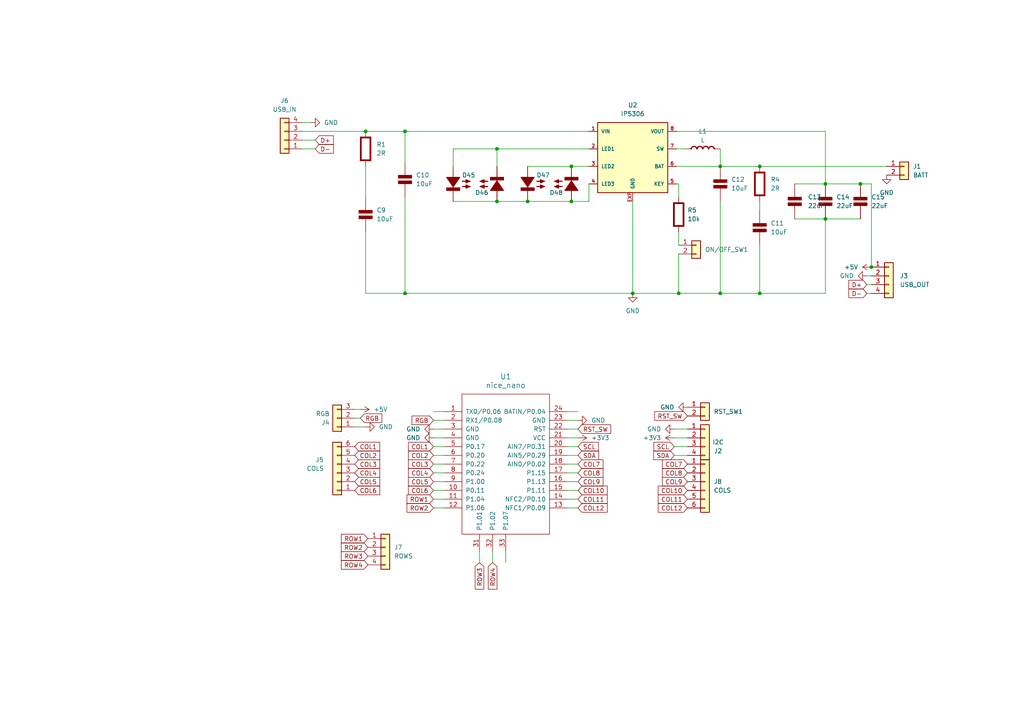
<source format=kicad_sch>
(kicad_sch (version 20230121) (generator eeschema)
  (paper "A4")
  (lib_symbols
    (symbol "IP5306:IP5306" (pin_names (offset 1.016))
      (property "Reference" "U" (at -10.16 10.922 0))
      (property "Value" "IP5306" (at 2.54 -12.7 0))
      (symbol "IP5306_0_0"
        (rectangle (start -10.16 -10.16) (end 10.16 10.16) (stroke (width 0.254)) (fill (type background)))
        (pin bidirectional line (at -12.7 7.62 0) (length 2.54) (name "VIN") (number "1"))
        (pin bidirectional line (at -12.7 2.54 0) (length 2.54) (name "LED1") (number "2"))
        (pin bidirectional line (at -12.7 -2.54 0) (length 2.54) (name "LED2") (number "3"))
        (pin bidirectional line (at -12.7 -7.62 0) (length 2.54) (name "LED3") (number "4"))
        (pin bidirectional line (at 12.7 -7.62 180) (length 2.54) (name "KEY") (number "5"))
        (pin bidirectional line (at 12.7 -2.54 180) (length 2.54) (name "BAT") (number "6"))
        (pin bidirectional line (at 12.7 2.54 180) (length 2.54) (name "SW") (number "7"))
        (pin bidirectional line (at 12.7 7.62 180) (length 2.54) (name "VOUT") (number "8"))
        (pin bidirectional line (at 0 -12.7 90) (length 2.54) (name "GND") (number "EXP"))
      )
    )
    (symbol "PCM_4ms_Connector:Conn_01x02" (pin_names (offset 1.016) hide)
      (property "Reference" "J" (at 0 2.54 0))
      (property "Value" "Conn_01x02" (at 0 -5.08 0))
      (symbol "Conn_01x02_1_1"
        (rectangle (start -1.27 -2.413) (end 0 -2.667) (stroke (width 0.1524)))
        (rectangle (start -1.27 0.127) (end 0 -0.127) (stroke (width 0.1524)))
        (rectangle (start -1.27 1.27) (end 1.27 -3.81) (stroke (width 0.254)) (fill (type background)))
        (pin passive line (at -5.08 0 0) (length 3.81) (name "Pin_1") (number "1"))
        (pin passive line (at -5.08 -2.54 0) (length 3.81) (name "Pin_2") (number "2"))
      )
    )
    (symbol "PCM_4ms_Connector:Conn_01x03" (pin_names (offset 1.016) hide)
      (property "Reference" "J" (at 0 5.08 0))
      (property "Value" "Conn_01x03" (at 0 -5.08 0))
      (symbol "Conn_01x03_1_1"
        (rectangle (start -1.27 -2.413) (end 0 -2.667) (stroke (width 0.1524)))
        (rectangle (start -1.27 0.127) (end 0 -0.127) (stroke (width 0.1524)))
        (rectangle (start -1.27 2.667) (end 0 2.413) (stroke (width 0.1524)))
        (rectangle (start -1.27 3.81) (end 1.27 -3.81) (stroke (width 0.254)) (fill (type background)))
        (pin passive line (at -5.08 2.54 0) (length 3.81) (name "Pin_1") (number "1"))
        (pin passive line (at -5.08 0 0) (length 3.81) (name "Pin_2") (number "2"))
        (pin passive line (at -5.08 -2.54 0) (length 3.81) (name "Pin_3") (number "3"))
      )
    )
    (symbol "PCM_4ms_Connector:Conn_01x04" (pin_names (offset 1.016) hide)
      (property "Reference" "J" (at 0 5.08 0))
      (property "Value" "Conn_01x04" (at 0 -7.62 0))
      (symbol "Conn_01x04_1_1"
        (rectangle (start -1.27 -4.953) (end 0 -5.207) (stroke (width 0.1524)))
        (rectangle (start -1.27 -2.413) (end 0 -2.667) (stroke (width 0.1524)))
        (rectangle (start -1.27 0.127) (end 0 -0.127) (stroke (width 0.1524)))
        (rectangle (start -1.27 2.667) (end 0 2.413) (stroke (width 0.1524)))
        (rectangle (start -1.27 3.81) (end 1.27 -6.35) (stroke (width 0.254)) (fill (type background)))
        (pin passive line (at -5.08 2.54 0) (length 3.81) (name "Pin_1") (number "1"))
        (pin passive line (at -5.08 0 0) (length 3.81) (name "Pin_2") (number "2"))
        (pin passive line (at -5.08 -2.54 0) (length 3.81) (name "Pin_3") (number "3"))
        (pin passive line (at -5.08 -5.08 0) (length 3.81) (name "Pin_4") (number "4"))
      )
    )
    (symbol "PCM_4ms_Connector:Conn_01x06" (pin_names (offset 1.016) hide)
      (property "Reference" "J" (at 0 7.62 0))
      (property "Value" "Conn_01x06" (at 0 -10.16 0))
      (symbol "Conn_01x06_1_1"
        (rectangle (start -1.27 -7.493) (end 0 -7.747) (stroke (width 0.1524)))
        (rectangle (start -1.27 -4.953) (end 0 -5.207) (stroke (width 0.1524)))
        (rectangle (start -1.27 -2.413) (end 0 -2.667) (stroke (width 0.1524)))
        (rectangle (start -1.27 0.127) (end 0 -0.127) (stroke (width 0.1524)))
        (rectangle (start -1.27 2.667) (end 0 2.413) (stroke (width 0.1524)))
        (rectangle (start -1.27 5.207) (end 0 4.953) (stroke (width 0.1524)))
        (rectangle (start -1.27 6.35) (end 1.27 -8.89) (stroke (width 0.254)) (fill (type background)))
        (pin passive line (at -5.08 5.08 0) (length 3.81) (name "Pin_1") (number "1"))
        (pin passive line (at -5.08 2.54 0) (length 3.81) (name "Pin_2") (number "2"))
        (pin passive line (at -5.08 0 0) (length 3.81) (name "Pin_3") (number "3"))
        (pin passive line (at -5.08 -2.54 0) (length 3.81) (name "Pin_4") (number "4"))
        (pin passive line (at -5.08 -5.08 0) (length 3.81) (name "Pin_5") (number "5"))
        (pin passive line (at -5.08 -7.62 0) (length 3.81) (name "Pin_6") (number "6"))
      )
    )
    (symbol "PCM_4ms_Power-symbol:+3.3V" (power) (pin_names (offset 0))
      (property "Value" "+3.3V" (at 0 3.556 0))
      (symbol "+3.3V_0_1"
        (polyline (pts (xy -0.762 1.27) (xy 0 2.54)))
        (polyline (pts (xy 0 0) (xy 0 2.54)))
        (polyline (pts (xy 0 2.54) (xy 0.762 1.27)))
      )
      (symbol "+3.3V_1_1"
        (pin power_in line (at 0 0 90) (length 0) hide (name "+3V3") (number "1"))
      )
    )
    (symbol "PCM_4ms_Power-symbol:+5V" (power) (pin_names (offset 0))
      (property "Value" "+5V" (at 0 3.556 0))
      (symbol "+5V_0_1"
        (polyline (pts (xy -0.762 1.27) (xy 0 2.54)))
        (polyline (pts (xy 0 0) (xy 0 2.54)))
        (polyline (pts (xy 0 2.54) (xy 0.762 1.27)))
      )
      (symbol "+5V_1_1"
        (pin power_in line (at 0 0 90) (length 0) hide (name "+5V") (number "1"))
      )
    )
    (symbol "PCM_4ms_Power-symbol:GND" (power) (pin_names (offset 0))
      (property "Value" "GND" (at 0 -3.81 0))
      (symbol "GND_0_1"
        (polyline (pts (xy 0 0) (xy 0 -1.27) (xy 1.27 -1.27) (xy 0 -2.54) (xy -1.27 -1.27) (xy 0 -1.27)))
      )
      (symbol "GND_1_1"
        (pin power_in line (at 0 0 270) (length 0) hide (name "GND") (number "1"))
      )
    )
    (symbol "PCM_Elektuur:C" (pin_numbers hide) (pin_names (offset 0) hide)
      (property "Reference" "C" (at 0.635 3.175 0))
      (property "Value" "C" (at 0.635 -3.175 0))
      (symbol "C_1_1"
        (rectangle (start -1.905 -0.4318) (end 1.905 -1.1938) (stroke (width 0.254)) (fill (type outline)))
        (rectangle (start -1.905 1.1938) (end 1.905 0.4318) (stroke (width 0.254)) (fill (type outline)))
        (pin passive line (at 0 5.08 270) (length 3.8862) (name "+") (number "1"))
        (pin passive line (at 0 -5.08 90) (length 3.8862) (name "-") (number "2"))
      )
      (symbol "C_1_2"
        (polyline (pts (xy -1.905 -1.4986) (xy 1.905 -1.4986) (xy 1.905 -0.4318) (xy -1.905 -0.4318) (xy -1.905 -1.4986) (xy -1.8034 -1.397) (xy -1.8034 -0.5334) (xy 1.8034 -0.5334) (xy 1.8034 -1.397) (xy -1.8034 -1.397) (xy -1.905 -1.4986)) (stroke (width 0.254)) (fill (type outline)))
        (polyline (pts (xy -1.905 0.4318) (xy 1.905 0.4318) (xy 1.905 1.4986) (xy -1.905 1.4986) (xy -1.905 0.4318) (xy -1.8034 0.5334) (xy -1.8034 1.397) (xy 1.8034 1.397) (xy 1.8034 0.5334) (xy -1.8034 0.5334) (xy -1.905 0.4318)) (stroke (width 0.254)) (fill (type outline)))
        (pin passive line (at 0 5.08 270) (length 3.5814) (name "+") (number "1"))
        (pin passive line (at 0 -5.08 90) (length 3.5814) (name "-") (number "2"))
      )
    )
    (symbol "PCM_Elektuur:D-LED" (pin_numbers hide) (pin_names (offset 0) hide)
      (property "Reference" "D" (at 0.635 3.175 0))
      (property "Value" "${SIM.PARAMS}" (at 0.635 -3.175 0))
      (symbol "D-LED_1_0"
        (polyline (pts (xy -1.905 -1.905) (xy 1.905 -1.905) (xy 1.905 -1.143) (xy 0 -1.143) (xy 0 -0.889) (xy 1.905 1.905) (xy -1.905 1.905) (xy 0 -0.889) (xy 0 -1.143) (xy -1.905 -1.143) (xy -1.905 -1.905)) (stroke (width 0.254)) (fill (type outline)))
        (pin passive line (at 0 -5.08 90) (length 3.175) (name "K-") (number "1"))
        (pin passive line (at 0 5.08 270) (length 3.175) (name "A+") (number "2"))
      )
      (symbol "D-LED_1_1"
        (polyline (pts (xy 4.9784 -0.762) (xy 3.683 -0.2286) (xy 3.683 -0.6858) (xy 2.6416 -0.6858) (xy 2.6416 -0.8382) (xy 3.683 -0.8382) (xy 3.683 -1.2954) (xy 4.9784 -0.762)) (stroke (width 0.1778)) (fill (type outline)))
        (polyline (pts (xy 4.9784 0.762) (xy 3.683 1.2954) (xy 3.683 0.8382) (xy 2.6416 0.8382) (xy 2.6416 0.6858) (xy 3.683 0.6858) (xy 3.683 0.2286) (xy 4.9784 0.762)) (stroke (width 0.1778)) (fill (type outline)))
      )
      (symbol "D-LED_1_2"
        (polyline (pts (xy 3.5052 -0.9398) (xy 2.7178 0.254) (xy 2.4638 -0.127) (xy 1.6002 0.4572) (xy 1.4986 0.3048) (xy 2.3622 -0.2794) (xy 2.1082 -0.6604) (xy 3.5052 -0.9398)) (stroke (width 0.1778)) (fill (type outline)))
        (polyline (pts (xy 4.3688 0.3302) (xy 3.5814 1.524) (xy 3.3274 1.143) (xy 2.4638 1.7272) (xy 2.3622 1.5748) (xy 3.2258 0.9906) (xy 2.9718 0.6096) (xy 4.3688 0.3302)) (stroke (width 0.1778)) (fill (type outline)))
      )
      (symbol "D-LED_1_3"
        (polyline (pts (xy 3.3528 1.4224) (xy 2.032 0.889) (xy 2.3622 0.5588) (xy 1.6256 -0.1778) (xy 1.7526 -0.3048) (xy 2.4892 0.4318) (xy 2.8194 0.1016) (xy 3.3528 1.4224)) (stroke (width 0.1778)) (fill (type outline)))
        (polyline (pts (xy 4.4704 0.3048) (xy 3.1496 -0.2286) (xy 3.4798 -0.5588) (xy 2.7432 -1.2954) (xy 2.8702 -1.4224) (xy 3.6068 -0.6858) (xy 3.937 -1.016) (xy 4.4704 0.3048)) (stroke (width 0.1778)) (fill (type outline)))
      )
      (symbol "D-LED_1_4"
        (polyline (pts (xy 4.6228 -0.762) (xy 3.3274 -0.2286) (xy 3.3274 -0.6858) (xy 2.286 -0.6858) (xy 2.286 -0.8382) (xy 3.3274 -0.8382) (xy 3.3274 -1.2954) (xy 4.6228 -0.762)) (stroke (width 0.1778)) (fill (type outline)))
        (polyline (pts (xy 4.6228 0.762) (xy 3.3274 1.2954) (xy 3.3274 0.8382) (xy 2.286 0.8382) (xy 2.286 0.6858) (xy 3.3274 0.6858) (xy 3.3274 0.2286) (xy 4.6228 0.762)) (stroke (width 0.1778)) (fill (type outline)))
      )
    )
    (symbol "PCM_Elektuur:L" (pin_numbers hide) (pin_names (offset 0) hide)
      (property "Reference" "L" (at 2.54 3.175 0))
      (property "Value" "L" (at 2.54 -3.175 0))
      (symbol "L_1_0"
        (arc (start 0 -3.4036) (mid 0.762 -2.5146) (end 0 -1.6256) (stroke (width 0.254)))
        (arc (start 0 -3.302) (mid 0.6604 -2.5146) (end 0 -1.7272) (stroke (width 0.254)))
        (arc (start 0 -1.7272) (mid 0.762 -0.8382) (end 0 0.0508) (stroke (width 0.254)))
        (arc (start 0 -1.6256) (mid 0.6604 -0.8382) (end 0 -0.0508) (stroke (width 0.254)))
        (arc (start 0 -0.0508) (mid 0.762 0.8382) (end 0 1.7272) (stroke (width 0.254)))
        (polyline (pts (xy 0 -3.302) (xy 0 -3.5052)) (stroke (width 0.254)))
        (polyline (pts (xy 0 -1.6256) (xy 0 -1.7272)) (stroke (width 0.254)))
        (polyline (pts (xy 0 0.0508) (xy 0 -0.0508)) (stroke (width 0.254)))
        (polyline (pts (xy 0 1.7272) (xy 0 1.6256)) (stroke (width 0.254)))
        (polyline (pts (xy 0 3.5052) (xy 0 3.302)) (stroke (width 0.254)))
        (arc (start 0 0.0508) (mid 0.6604 0.8382) (end 0 1.6256) (stroke (width 0.254)))
        (arc (start 0 1.6256) (mid 0.762 2.5146) (end 0 3.4036) (stroke (width 0.254)))
        (arc (start 0 1.7272) (mid 0.6604 2.5146) (end 0 3.302) (stroke (width 0.254)))
        (pin passive line (at 0 5.08 270) (length 1.5748) (name "+") (number "1"))
        (pin passive line (at 0 -5.08 90) (length 1.5748) (name "-") (number "2"))
      )
      (symbol "L_1_2"
        (rectangle (start 1.524 3.3782) (end 1.9812 -3.3782) (stroke (width 0.254)) (fill (type outline)))
      )
      (symbol "L_1_3"
        (rectangle (start 1.524 -1.9304) (end 1.9812 -3.0988) (stroke (width 0.254)) (fill (type outline)))
        (rectangle (start 1.524 -0.254) (end 1.9812 -1.4224) (stroke (width 0.254)) (fill (type outline)))
        (rectangle (start 1.524 1.4224) (end 1.9812 0.254) (stroke (width 0.254)) (fill (type outline)))
        (rectangle (start 1.524 3.0988) (end 1.9812 1.9304) (stroke (width 0.254)) (fill (type outline)))
      )
    )
    (symbol "PCM_Elektuur:R" (pin_numbers hide) (pin_names (offset 0) hide)
      (property "Reference" "R" (at 2.54 3.175 0))
      (property "Value" "R" (at 0 0 90))
      (symbol "R_1_1"
        (polyline (pts (xy -1.524 -3.429) (xy 1.524 -3.429) (xy 1.524 3.429) (xy -1.524 3.429) (xy -1.524 -3.429) (xy -1.27 -3.175) (xy -1.27 3.175) (xy 1.27 3.175) (xy 1.27 -3.175) (xy -1.27 -3.175) (xy -1.524 -3.429)) (stroke (width 0.254)) (fill (type outline)))
        (pin passive line (at 0 5.08 270) (length 1.651) (name "+") (number "1"))
        (pin passive line (at 0 -5.08 90) (length 1.651) (name "-") (number "2"))
      )
      (symbol "R_1_2"
        (polyline (pts (xy -0.508 -3.429) (xy 1.524 -3.429) (xy 1.524 3.429) (xy -0.508 3.429) (xy -0.508 3.175) (xy 1.27 3.175) (xy 1.27 -3.175) (xy -0.508 -3.175) (xy -0.508 -3.429)) (stroke (width 0.254)) (fill (type outline)))
        (pin passive line (at 0 5.08 270) (length 1.651) (name "+") (number "1"))
        (pin passive line (at 0 -5.08 90) (length 1.651) (name "-") (number "2"))
      )
      (symbol "R_1_3"
        (polyline (pts (xy 0 3.4798) (xy 0 3.2004) (xy 0.7112 2.794) (xy -1.1938 1.6764) (xy 0.7112 0.5588) (xy -1.1938 -0.5588) (xy 0.7112 -1.6764) (xy -1.1938 -2.794) (xy 0 -3.4798) (xy 0 -3.2004) (xy -0.7112 -2.794) (xy 1.1938 -1.6764) (xy -0.7112 -0.5588) (xy 1.1938 0.5588) (xy -0.7112 1.6764) (xy 1.1938 2.794) (xy 0 3.4798)) (stroke (width 0.254)) (fill (type outline)))
        (pin passive line (at 0 5.08 270) (length 1.6002) (name "+") (number "1"))
        (pin passive line (at 0 -5.08 90) (length 1.6002) (name "-") (number "2"))
      )
      (symbol "R_1_4"
        (polyline (pts (xy 0 4.5466) (xy 0 4.2672) (xy 0.0508 4.2418) (xy 1.016 3.683) (xy -1.524 2.2098) (xy 1.016 0.7366) (xy -1.524 -0.7366) (xy 1.016 -2.2098) (xy -1.524 -3.683) (xy -0.0762 -4.5212) (xy 0 -4.5466) (xy 0 -4.2672) (xy -0.0508 -4.2418) (xy -1.016 -3.683) (xy 1.524 -2.2098) (xy -1.016 -0.7366) (xy 1.524 0.7366) (xy -1.016 2.2098) (xy 1.524 3.683) (xy 0.0762 4.5212) (xy 0 4.5466)) (stroke (width 0.254)) (fill (type outline)))
        (pin passive line (at 0 5.08 270) (length 0.5334) (name "+") (number "1"))
        (pin passive line (at 0 -5.08 90) (length 0.5334) (name "-") (number "2"))
      )
    )
    (symbol "nice_nano:nice_nano" (pin_names (offset 1.016))
      (property "Reference" "U" (at 0 0 0))
      (property "Value" "nice_nano" (at 0 2.54 0))
      (symbol "nice_nano_0_1"
        (rectangle (start -12.7 -21.59) (end 12.7 19.05))
      )
      (symbol "nice_nano_1_1"
        (pin input line (at -17.78 13.97 0) (length 5.08) (name "TX0/P0.06") (number "1"))
        (pin input line (at -17.78 -8.89 0) (length 5.08) (name "P0.11") (number "10"))
        (pin input line (at -17.78 -11.43 0) (length 5.08) (name "P1.04") (number "11"))
        (pin input line (at -17.78 -13.97 0) (length 5.08) (name "P1.06") (number "12"))
        (pin input line (at 17.78 -13.97 180) (length 5.08) (name "NFC1/P0.09") (number "13"))
        (pin input line (at 17.78 -11.43 180) (length 5.08) (name "NFC2/P0.10") (number "14"))
        (pin input line (at 17.78 -8.89 180) (length 5.08) (name "P1.11") (number "15"))
        (pin input line (at 17.78 -6.35 180) (length 5.08) (name "P1.13") (number "16"))
        (pin input line (at 17.78 -3.81 180) (length 5.08) (name "P1.15") (number "17"))
        (pin input line (at 17.78 -1.27 180) (length 5.08) (name "AIN0/P0.02") (number "18"))
        (pin input line (at 17.78 1.27 180) (length 5.08) (name "AIN5/P0.29") (number "19"))
        (pin input line (at -17.78 11.43 0) (length 5.08) (name "RX1/P0.08") (number "2"))
        (pin input line (at 17.78 3.81 180) (length 5.08) (name "AIN7/P0.31") (number "20"))
        (pin input line (at 17.78 6.35 180) (length 5.08) (name "VCC") (number "21"))
        (pin input line (at 17.78 8.89 180) (length 5.08) (name "RST") (number "22"))
        (pin input line (at 17.78 11.43 180) (length 5.08) (name "GND") (number "23"))
        (pin input line (at 17.78 13.97 180) (length 5.08) (name "BATIN/P0.04") (number "24"))
        (pin input line (at -17.78 8.89 0) (length 5.08) (name "GND") (number "3"))
        (pin input line (at -7.62 -26.67 90) (length 5.08) (name "P1.01") (number "31"))
        (pin input line (at -3.81 -26.67 90) (length 5.08) (name "P1.02") (number "32"))
        (pin input line (at 0 -26.67 90) (length 5.08) (name "P1.07") (number "33"))
        (pin input line (at -17.78 6.35 0) (length 5.08) (name "GND") (number "4"))
        (pin input line (at -17.78 3.81 0) (length 5.08) (name "P0.17") (number "5"))
        (pin input line (at -17.78 1.27 0) (length 5.08) (name "P0.20") (number "6"))
        (pin input line (at -17.78 -1.27 0) (length 5.08) (name "P0.22") (number "7"))
        (pin input line (at -17.78 -3.81 0) (length 5.08) (name "P0.24") (number "8"))
        (pin input line (at -17.78 -6.35 0) (length 5.08) (name "P1.00") (number "9"))
      )
    )
  )
  (junction (at 239.395 63.5))
  (junction (at 117.475 85.09))
  (junction (at 220.345 85.09))
  (junction (at 220.345 48.26))
  (junction (at 183.515 85.09))
  (junction (at 196.85 85.09))
  (junction (at 252.73 77.47))
  (junction (at 249.555 53.34))
  (junction (at 208.915 48.26))
  (junction (at 165.735 48.26))
  (junction (at 165.735 58.42))
  (junction (at 144.145 58.42))
  (junction (at 117.475 38.1))
  (junction (at 106.045 38.1))
  (junction (at 208.915 85.09))
  (junction (at 239.395 53.34))
  (junction (at 144.145 43.18))
  (junction (at 153.035 58.42))
  (wire (pts (xy 164.465 127) (xy 167.64 127)))
  (wire (pts (xy 183.515 58.42) (xy 183.515 85.09)))
  (wire (pts (xy 165.735 58.42) (xy 170.815 58.42)))
  (wire (pts (xy 164.465 121.92) (xy 167.64 121.92)))
  (wire (pts (xy 164.465 137.16) (xy 167.64 137.16)))
  (wire (pts (xy 104.521 118.745) (xy 102.87 118.745)))
  (wire (pts (xy 196.85 67.31) (xy 196.85 71.12)))
  (wire (pts (xy 196.215 38.1) (xy 239.395 38.1)))
  (wire (pts (xy 239.395 63.5) (xy 249.555 63.5)))
  (wire (pts (xy 164.465 129.54) (xy 167.64 129.54)))
  (wire (pts (xy 208.915 48.26) (xy 220.345 48.26)))
  (wire (pts (xy 142.875 160.02) (xy 142.875 163.195)))
  (wire (pts (xy 196.85 53.34) (xy 196.215 53.34)))
  (wire (pts (xy 131.445 58.42) (xy 144.145 58.42)))
  (wire (pts (xy 164.465 144.78) (xy 167.64 144.78)))
  (wire (pts (xy 199.39 127) (xy 195.58 127)))
  (wire (pts (xy 102.87 123.825) (xy 106.045 123.825)))
  (wire (pts (xy 208.915 58.42) (xy 208.915 85.09)))
  (wire (pts (xy 164.465 119.38) (xy 167.64 119.38)))
  (wire (pts (xy 125.73 121.92) (xy 128.905 121.92)))
  (wire (pts (xy 196.215 48.26) (xy 208.915 48.26)))
  (wire (pts (xy 144.145 43.18) (xy 144.145 48.26)))
  (wire (pts (xy 208.915 85.09) (xy 220.345 85.09)))
  (wire (pts (xy 139.065 160.02) (xy 139.065 163.195)))
  (wire (pts (xy 144.145 43.18) (xy 131.445 43.18)))
  (wire (pts (xy 125.73 147.32) (xy 128.905 147.32)))
  (wire (pts (xy 251.46 80.01) (xy 252.73 80.01)))
  (wire (pts (xy 125.73 137.16) (xy 128.905 137.16)))
  (wire (pts (xy 125.73 144.78) (xy 128.905 144.78)))
  (wire (pts (xy 153.035 48.26) (xy 165.735 48.26)))
  (wire (pts (xy 106.045 38.1) (xy 117.475 38.1)))
  (wire (pts (xy 87.63 38.1) (xy 106.045 38.1)))
  (wire (pts (xy 87.63 35.56) (xy 90.17 35.56)))
  (wire (pts (xy 239.395 63.5) (xy 239.395 85.09)))
  (wire (pts (xy 165.735 48.26) (xy 170.815 48.26)))
  (wire (pts (xy 125.73 124.46) (xy 128.905 124.46)))
  (wire (pts (xy 117.475 57.15) (xy 117.475 85.09)))
  (wire (pts (xy 251.46 85.09) (xy 252.73 85.09)))
  (wire (pts (xy 106.045 85.09) (xy 106.045 67.31)))
  (wire (pts (xy 104.521 121.285) (xy 102.87 121.285)))
  (wire (pts (xy 196.85 85.09) (xy 208.915 85.09)))
  (wire (pts (xy 164.465 134.62) (xy 167.64 134.62)))
  (wire (pts (xy 117.475 38.1) (xy 170.815 38.1)))
  (wire (pts (xy 125.73 127) (xy 128.905 127)))
  (wire (pts (xy 199.39 124.46) (xy 195.58 124.46)))
  (wire (pts (xy 125.73 134.62) (xy 128.905 134.62)))
  (wire (pts (xy 87.63 43.18) (xy 91.44 43.18)))
  (wire (pts (xy 170.815 43.18) (xy 144.145 43.18)))
  (wire (pts (xy 220.345 58.42) (xy 220.345 60.96)))
  (wire (pts (xy 125.73 139.7) (xy 128.905 139.7)))
  (wire (pts (xy 183.515 85.09) (xy 117.475 85.09)))
  (wire (pts (xy 199.39 132.08) (xy 195.58 132.08)))
  (wire (pts (xy 125.73 142.24) (xy 128.905 142.24)))
  (wire (pts (xy 125.73 119.38) (xy 128.905 119.38)))
  (wire (pts (xy 164.465 139.7) (xy 167.64 139.7)))
  (wire (pts (xy 196.85 53.34) (xy 196.85 57.15)))
  (wire (pts (xy 164.465 132.08) (xy 167.64 132.08)))
  (wire (pts (xy 196.85 73.66) (xy 196.85 85.09)))
  (wire (pts (xy 117.475 85.09) (xy 106.045 85.09)))
  (wire (pts (xy 230.505 53.34) (xy 239.395 53.34)))
  (wire (pts (xy 164.465 124.46) (xy 167.64 124.46)))
  (wire (pts (xy 183.515 85.09) (xy 196.85 85.09)))
  (wire (pts (xy 239.395 38.1) (xy 239.395 53.34)))
  (wire (pts (xy 144.145 58.42) (xy 153.035 58.42)))
  (wire (pts (xy 220.345 85.09) (xy 239.395 85.09)))
  (wire (pts (xy 239.395 53.34) (xy 249.555 53.34)))
  (wire (pts (xy 170.815 58.42) (xy 170.815 53.34)))
  (wire (pts (xy 252.73 53.34) (xy 252.73 77.47)))
  (wire (pts (xy 146.685 160.02) (xy 146.685 163.195)))
  (wire (pts (xy 230.505 63.5) (xy 239.395 63.5)))
  (wire (pts (xy 153.035 58.42) (xy 165.735 58.42)))
  (wire (pts (xy 125.73 132.08) (xy 128.905 132.08)))
  (wire (pts (xy 251.46 82.55) (xy 252.73 82.55)))
  (wire (pts (xy 164.465 142.24) (xy 167.64 142.24)))
  (wire (pts (xy 87.63 40.64) (xy 91.44 40.64)))
  (wire (pts (xy 131.445 43.18) (xy 131.445 48.26)))
  (wire (pts (xy 220.345 48.26) (xy 257.175 48.26)))
  (wire (pts (xy 249.555 53.34) (xy 252.73 53.34)))
  (wire (pts (xy 125.73 129.54) (xy 128.905 129.54)))
  (wire (pts (xy 208.915 43.18) (xy 208.915 48.26)))
  (wire (pts (xy 106.045 48.26) (xy 106.045 57.15)))
  (wire (pts (xy 117.475 38.1) (xy 117.475 46.99)))
  (wire (pts (xy 196.215 43.18) (xy 198.755 43.18)))
  (wire (pts (xy 199.39 129.54) (xy 195.58 129.54)))
  (wire (pts (xy 164.465 147.32) (xy 167.64 147.32)))
  (wire (pts (xy 220.345 71.12) (xy 220.345 85.09)))
  (global_label "COL2" (shape input) (at 102.87 132.08 0) (property "Intersheetrefs" "${INTERSHEET_REFS}" (effects hide)))
  (global_label "RST_SW" (shape input) (at 167.64 124.46 0) (property "Intersheetrefs" "${INTERSHEET_REFS}" (effects hide)))
  (global_label "COL11" (shape input) (at 167.64 144.78 0) (property "Intersheetrefs" "${INTERSHEET_REFS}" (effects hide)))
  (global_label "RGB" (shape input) (at 104.521 121.285 0) (property "Intersheetrefs" "${INTERSHEET_REFS}" (effects hide)))
  (global_label "COL9" (shape input) (at 199.39 139.7 180) (property "Intersheetrefs" "${INTERSHEET_REFS}" (effects hide)))
  (global_label "SDA" (shape input) (at 195.58 132.08 180) (property "Intersheetrefs" "${INTERSHEET_REFS}" (effects hide)))
  (global_label "RST_SW" (shape input) (at 199.39 120.65 180) (property "Intersheetrefs" "${INTERSHEET_REFS}" (effects hide)))
  (global_label "ROW3" (shape input) (at 106.68 161.29 180) (property "Intersheetrefs" "${INTERSHEET_REFS}" (effects hide)))
  (global_label "COL11" (shape input) (at 199.39 144.78 180) (property "Intersheetrefs" "${INTERSHEET_REFS}" (effects hide)))
  (global_label "D-" (shape input) (at 91.44 43.18 0) (property "Intersheetrefs" "${INTERSHEET_REFS}" (effects hide)))
  (global_label "COL12" (shape input) (at 199.39 147.32 180) (property "Intersheetrefs" "${INTERSHEET_REFS}" (effects hide)))
  (global_label "SDA" (shape input) (at 167.64 132.08 0) (property "Intersheetrefs" "${INTERSHEET_REFS}" (effects hide)))
  (global_label "COL1" (shape input) (at 125.73 129.54 180) (property "Intersheetrefs" "${INTERSHEET_REFS}" (effects hide)))
  (global_label "COL7" (shape input) (at 167.64 134.62 0) (property "Intersheetrefs" "${INTERSHEET_REFS}" (effects hide)))
  (global_label "COL2" (shape input) (at 125.73 132.08 180) (property "Intersheetrefs" "${INTERSHEET_REFS}" (effects hide)))
  (global_label "ROW4" (shape input) (at 142.875 163.195 270) (property "Intersheetrefs" "${INTERSHEET_REFS}" (effects hide)))
  (global_label "COL9" (shape input) (at 167.64 139.7 0) (property "Intersheetrefs" "${INTERSHEET_REFS}" (effects hide)))
  (global_label "D+" (shape input) (at 251.46 82.55 180) (property "Intersheetrefs" "${INTERSHEET_REFS}" (effects hide)))
  (global_label "ROW1" (shape input) (at 106.68 156.21 180) (property "Intersheetrefs" "${INTERSHEET_REFS}" (effects hide)))
  (global_label "COL10" (shape input) (at 167.64 142.24 0) (property "Intersheetrefs" "${INTERSHEET_REFS}" (effects hide)))
  (global_label "COL7" (shape input) (at 199.39 134.62 180) (property "Intersheetrefs" "${INTERSHEET_REFS}" (effects hide)))
  (global_label "D-" (shape input) (at 251.46 85.09 180) (property "Intersheetrefs" "${INTERSHEET_REFS}" (effects hide)))
  (global_label "COL8" (shape input) (at 167.64 137.16 0) (property "Intersheetrefs" "${INTERSHEET_REFS}" (effects hide)))
  (global_label "ROW3" (shape input) (at 139.065 163.195 270) (property "Intersheetrefs" "${INTERSHEET_REFS}" (effects hide)))
  (global_label "SCL" (shape input) (at 195.58 129.54 180) (property "Intersheetrefs" "${INTERSHEET_REFS}" (effects hide)))
  (global_label "ROW2" (shape input) (at 106.68 158.75 180) (property "Intersheetrefs" "${INTERSHEET_REFS}" (effects hide)))
  (global_label "COL5" (shape input) (at 102.87 139.7 0) (property "Intersheetrefs" "${INTERSHEET_REFS}" (effects hide)))
  (global_label "COL5" (shape input) (at 125.73 139.7 180) (property "Intersheetrefs" "${INTERSHEET_REFS}" (effects hide)))
  (global_label "RGB" (shape input) (at 125.73 121.92 180) (property "Intersheetrefs" "${INTERSHEET_REFS}" (effects hide)))
  (global_label "COL10" (shape input) (at 199.39 142.24 180) (property "Intersheetrefs" "${INTERSHEET_REFS}" (effects hide)))
  (global_label "SCL" (shape input) (at 167.64 129.54 0) (property "Intersheetrefs" "${INTERSHEET_REFS}" (effects hide)))
  (global_label "ROW1" (shape input) (at 125.73 144.78 180) (property "Intersheetrefs" "${INTERSHEET_REFS}" (effects hide)))
  (global_label "COL1" (shape input) (at 102.87 129.54 0) (property "Intersheetrefs" "${INTERSHEET_REFS}" (effects hide)))
  (global_label "COL4" (shape input) (at 102.87 137.16 0) (property "Intersheetrefs" "${INTERSHEET_REFS}" (effects hide)))
  (global_label "COL8" (shape input) (at 199.39 137.16 180) (property "Intersheetrefs" "${INTERSHEET_REFS}" (effects hide)))
  (global_label "COL6" (shape input) (at 102.87 142.24 0) (property "Intersheetrefs" "${INTERSHEET_REFS}" (effects hide)))
  (global_label "D+" (shape input) (at 91.44 40.64 0) (property "Intersheetrefs" "${INTERSHEET_REFS}" (effects hide)))
  (global_label "COL6" (shape input) (at 125.73 142.24 180) (property "Intersheetrefs" "${INTERSHEET_REFS}" (effects hide)))
  (global_label "COL3" (shape input) (at 125.73 134.62 180) (property "Intersheetrefs" "${INTERSHEET_REFS}" (effects hide)))
  (global_label "COL4" (shape input) (at 125.73 137.16 180) (property "Intersheetrefs" "${INTERSHEET_REFS}" (effects hide)))
  (global_label "ROW2" (shape input) (at 125.73 147.32 180) (property "Intersheetrefs" "${INTERSHEET_REFS}" (effects hide)))
  (global_label "ROW4" (shape input) (at 106.68 163.83 180) (property "Intersheetrefs" "${INTERSHEET_REFS}" (effects hide)))
  (global_label "COL12" (shape input) (at 167.64 147.32 0) (property "Intersheetrefs" "${INTERSHEET_REFS}" (effects hide)))
  (global_label "COL3" (shape input) (at 102.87 134.62 0) (property "Intersheetrefs" "${INTERSHEET_REFS}" (effects hide)))
  (symbol (lib_id "PCM_4ms_Power-symbol:+5V") (at 252.73 77.47 90) (unit 1)
    (property "Reference" "#PWR05" (effects hide))
    (property "Value" "+5V" (at 248.92 77.47 90) (effects (justify left)))
  )
  (symbol (lib_id "PCM_Elektuur:R") (at 196.85 62.23 0) (unit 1)
    (property "Reference" "R5" (at 199.39 60.96 0) (effects (justify left)))
    (property "Value" "10k" (at 199.39 63.5 0) (effects (justify left)))
    (property "Footprint" "PCM_4ms_Resistor:R_0805_2012Metric" (effects hide))
    (property "Indicator" "+" (effects hide))
    (property "Rating" "W" (effects hide))
  )
  (symbol (lib_id "PCM_Elektuur:C") (at 239.395 58.42 0) (unit 1)
    (property "Reference" "C14" (at 242.57 57.15 0) (effects (justify left)))
    (property "Value" "22uF" (at 242.57 59.69 0) (effects (justify left)))
    (property "Footprint" "PCM_4ms_Capacitor:C_0805" (effects hide))
    (property "Indicator" "+" (effects hide))
    (property "Rating" "V" (effects hide))
  )
  (symbol (lib_id "PCM_4ms_Power-symbol:GND") (at 195.58 124.46 270) (unit 1)
    (property "Reference" "#PWR011" (effects hide))
    (property "Value" "GND" (at 191.77 124.46 90) (effects (justify right)))
  )
  (symbol (lib_id "PCM_4ms_Power-symbol:GND") (at 106.045 123.825 90) (unit 1)
    (property "Reference" "#PWR07" (effects hide))
    (property "Value" "GND" (at 109.855 123.825 90) (effects (justify right)))
  )
  (symbol (lib_id "PCM_4ms_Power-symbol:GND") (at 90.17 35.56 90) (unit 1)
    (property "Reference" "#PWR04" (effects hide))
    (property "Value" "GND" (at 93.98 35.56 90) (effects (justify right)))
  )
  (symbol (lib_id "PCM_4ms_Connector:Conn_01x04") (at 204.47 127 0) (unit 1)
    (property "Reference" "J2" (at 208.28 130.81 0))
    (property "Value" "I2C" (at 208.28 128.27 0))
    (property "Footprint" "PCM_4ms_Connector:Pins_1x04_2.54mm_TH" (effects hide))
    (property "Specifications" "HEADER 1x4 MALE PINS 0.100” 180deg" (effects hide))
    (property "Manufacturer" "TAD" (effects hide))
    (property "Part Number" "1-0401FBV0T" (effects hide))
  )
  (symbol (lib_id "PCM_Elektuur:L") (at 203.835 43.18 90) (unit 1)
    (property "Reference" "L1" (at 203.835 38.1 90))
    (property "Value" "L" (at 203.835 40.64 90))
    (property "Footprint" "PCM_Inductor_SMD_AKL:L_Abracon_ASPI-0630LR" (effects hide))
    (property "Indicator" "●" (effects hide))
    (property "Rating" "A" (effects hide))
  )
  (symbol (lib_id "PCM_Elektuur:C") (at 117.475 52.07 0) (unit 1)
    (property "Reference" "C10" (at 120.65 50.8 0) (effects (justify left)))
    (property "Value" "10uF" (at 120.65 53.34 0) (effects (justify left)))
    (property "Footprint" "PCM_4ms_Capacitor:C_0805" (effects hide))
    (property "Indicator" "+" (effects hide))
    (property "Rating" "V" (effects hide))
  )
  (symbol (lib_id "PCM_Elektuur:C") (at 249.555 58.42 0) (unit 1)
    (property "Reference" "C15" (at 252.73 57.15 0) (effects (justify left)))
    (property "Value" "22uF" (at 252.73 59.69 0) (effects (justify left)))
    (property "Footprint" "PCM_4ms_Capacitor:C_0805" (effects hide))
    (property "Indicator" "+" (effects hide))
    (property "Rating" "V" (effects hide))
  )
  (symbol (lib_id "PCM_Elektuur:D-LED") (at 131.445 53.34 0) (unit 1)
    (property "Reference" "D45" (at 133.985 50.8 0) (effects (justify left)))
    (property "Value" "${SIM.PARAMS}" (effects hide))
    (property "Footprint" "PCM_Diode_SMD_AKL:D_0805_2012Metric" (effects hide))
    (property "Sim.Pins" "2=1 1=2" (effects hide))
    (property "Sim.Device" "SPICE" (effects hide))
    (property "Sim.Params" "type=\"\" model=\"D-LED\" lib=\"semiconductor.lib\"" (effects hide))
    (property "Rating" "A" (effects hide))
  )
  (symbol (lib_id "IP5306:IP5306") (at 183.515 45.72 0) (unit 1)
    (property "Reference" "U2" (at 183.515 30.48 0))
    (property "Value" "IP5306" (at 183.515 33.02 0))
    (property "Footprint" "IP5306:SOP8-P" (effects hide))
  )
  (symbol (lib_id "PCM_Elektuur:C") (at 230.505 58.42 0) (unit 1)
    (property "Reference" "C13" (at 234.315 57.15 0) (effects (justify left)))
    (property "Value" "22uF" (at 234.315 59.69 0) (effects (justify left)))
    (property "Footprint" "PCM_4ms_Capacitor:C_0805" (effects hide))
    (property "Indicator" "+" (effects hide))
    (property "Rating" "V" (effects hide))
  )
  (symbol (lib_id "PCM_4ms_Power-symbol:GND") (at 125.73 127 270) (unit 1)
    (property "Reference" "#PWR09" (effects hide))
    (property "Value" "GND" (at 121.92 127 90) (effects (justify right)))
  )
  (symbol (lib_id "PCM_4ms_Connector:Conn_01x02") (at 204.47 118.11 0) (unit 1)
    (property "Reference" "RST_SW1" (at 207.01 119.38 0) (effects (justify left)))
    (property "Value" "Conn_01x02" (effects hide))
    (property "Footprint" "PCM_4ms_Connector:Pins_1x02_2.54mm_TH" (effects hide))
    (property "Specifications" "Pins_01x02, Header, Male Pins, 1*2, spacing 2.54mm, straight pin" (effects hide))
    (property "Manufacturer" "TAD" (effects hide))
    (property "Part Number" "1-0201FBV0T" (effects hide))
  )
  (symbol (lib_id "PCM_Elektuur:C") (at 106.045 62.23 0) (unit 1)
    (property "Reference" "C9" (at 109.22 60.96 0) (effects (justify left)))
    (property "Value" "10uF" (at 109.22 63.5 0) (effects (justify left)))
    (property "Footprint" "PCM_4ms_Capacitor:C_0805" (effects hide))
    (property "Indicator" "+" (effects hide))
    (property "Rating" "V" (effects hide))
  )
  (symbol (lib_id "PCM_4ms_Connector:Conn_01x04") (at 111.76 158.75 0) (unit 1)
    (property "Reference" "J7" (at 114.3 158.75 0) (effects (justify left)))
    (property "Value" "ROWS" (at 114.3 161.29 0) (effects (justify left)))
    (property "Footprint" "PCM_4ms_Connector:Pins_1x04_2.54mm_TH_SWD" (effects hide))
    (property "Specifications" "HEADER 1x4 MALE PINS 0.100” 180deg" (effects hide))
    (property "Manufacturer" "TAD" (effects hide))
    (property "Part Number" "1-0401FBV0T" (effects hide))
  )
  (symbol (lib_id "PCM_4ms_Power-symbol:+5V") (at 104.521 118.745 270) (unit 1)
    (property "Reference" "#PWR06" (effects hide))
    (property "Value" "+5V" (at 108.331 118.745 90) (effects (justify left)))
  )
  (symbol (lib_id "PCM_4ms_Power-symbol:GND") (at 125.73 124.46 270) (unit 1)
    (property "Reference" "#PWR08" (effects hide))
    (property "Value" "GND" (at 121.92 124.46 90) (effects (justify right)))
  )
  (symbol (lib_id "PCM_4ms_Connector:Conn_01x04") (at 257.81 80.01 0) (unit 1)
    (property "Reference" "J3" (at 260.985 80.01 0) (effects (justify left)))
    (property "Value" "USB_OUT" (at 260.985 82.55 0) (effects (justify left)))
    (property "Footprint" "PCM_4ms_Connector:Pins_1x04_2.54mm_TH" (effects hide))
    (property "Specifications" "HEADER 1x4 MALE PINS 0.100” 180deg" (effects hide))
    (property "Manufacturer" "TAD" (effects hide))
    (property "Part Number" "1-0401FBV0T" (effects hide))
  )
  (symbol (lib_id "PCM_4ms_Connector:Conn_01x02") (at 201.93 71.12 0) (unit 1)
    (property "Reference" "ON/OFF_SW1" (at 204.47 72.39 0) (effects (justify left)))
    (property "Value" "Conn_01x02" (effects hide))
    (property "Footprint" "PCM_4ms_Connector:Pins_1x02_2.54mm_TH" (effects hide))
    (property "Specifications" "Pins_01x02, Header, Male Pins, 1*2, spacing 2.54mm, straight pin" (effects hide))
    (property "Manufacturer" "TAD" (effects hide))
    (property "Part Number" "1-0201FBV0T" (effects hide))
  )
  (symbol (lib_id "PCM_4ms_Power-symbol:GND") (at 199.39 118.11 270) (unit 1)
    (property "Reference" "#PWR012" (effects hide))
    (property "Value" "GND" (at 195.58 118.11 90) (effects (justify right)))
  )
  (symbol (lib_id "PCM_4ms_Connector:Conn_01x06") (at 204.47 139.7 0) (unit 1)
    (property "Reference" "J8" (at 207.01 139.7 0) (effects (justify left)))
    (property "Value" "COLS" (at 207.01 142.24 0) (effects (justify left)))
    (property "Footprint" "PCM_4ms_Connector:Pins_1x06_2.54mm_TH_SWD" (effects hide))
    (property "Specifications" "HEADER 1x6 MALE PINS 0.100” 180deg" (effects hide))
    (property "Manufacturer" "TAD" (effects hide))
    (property "Part Number" "1-0601FBV0T" (effects hide))
  )
  (symbol (lib_id "PCM_4ms_Power-symbol:+3.3V") (at 167.64 127 270) (unit 1)
    (property "Reference" "#PWR013" (effects hide))
    (property "Value" "+3.3V" (at 171.45 127 90) (effects (justify left)))
  )
  (symbol (lib_id "PCM_4ms_Power-symbol:GND") (at 257.175 50.8 0) (unit 1)
    (property "Reference" "#PWR02" (effects hide))
    (property "Value" "GND" (at 257.175 55.88 0))
  )
  (symbol (lib_id "PCM_4ms_Power-symbol:+3.3V") (at 195.58 127 90) (unit 1)
    (property "Reference" "#PWR014" (effects hide))
    (property "Value" "+3.3V" (at 191.77 127 90) (effects (justify left)))
  )
  (symbol (lib_id "PCM_Elektuur:D-LED") (at 144.145 53.34 180) (unit 1)
    (property "Reference" "D46" (at 137.795 55.88 0) (effects (justify right)))
    (property "Value" "${SIM.PARAMS}" (effects hide))
    (property "Footprint" "PCM_Diode_SMD_AKL:D_0805_2012Metric" (effects hide))
    (property "Sim.Pins" "2=1 1=2" (effects hide))
    (property "Sim.Device" "SPICE" (effects hide))
    (property "Sim.Params" "type=\"\" model=\"D-LED\" lib=\"semiconductor.lib\"" (effects hide))
    (property "Rating" "A" (effects hide))
  )
  (symbol (lib_id "PCM_4ms_Power-symbol:GND") (at 183.515 85.09 0) (unit 1)
    (property "Reference" "#PWR01" (effects hide))
    (property "Value" "GND" (at 183.515 90.17 0))
  )
  (symbol (lib_id "PCM_4ms_Connector:Conn_01x04") (at 82.55 40.64 180) (unit 1)
    (property "Reference" "J6" (at 82.55 29.21 0))
    (property "Value" "USB_IN" (at 82.55 31.75 0))
    (property "Footprint" "PCM_4ms_Connector:Pins_1x04_2.54mm_TH" (effects hide))
    (property "Specifications" "HEADER 1x4 MALE PINS 0.100” 180deg" (effects hide))
    (property "Manufacturer" "TAD" (effects hide))
    (property "Part Number" "1-0401FBV0T" (effects hide))
  )
  (symbol (lib_id "PCM_Elektuur:D-LED") (at 153.035 53.34 0) (unit 1)
    (property "Reference" "D47" (at 155.575 50.8 0) (effects (justify left)))
    (property "Value" "${SIM.PARAMS}" (effects hide))
    (property "Footprint" "PCM_Diode_SMD_AKL:D_0805_2012Metric" (effects hide))
    (property "Sim.Pins" "2=1 1=2" (effects hide))
    (property "Sim.Device" "SPICE" (effects hide))
    (property "Sim.Params" "type=\"\" model=\"D-LED\" lib=\"semiconductor.lib\"" (effects hide))
    (property "Rating" "A" (effects hide))
  )
  (symbol (lib_id "PCM_4ms_Connector:Conn_01x06") (at 97.79 137.16 180) (unit 1)
    (property "Reference" "J5" (at 92.71 133.35 0))
    (property "Value" "COLS" (at 91.44 135.89 0))
    (property "Footprint" "PCM_4ms_Connector:Pins_1x06_2.54mm_TH_SWD" (effects hide))
    (property "Specifications" "HEADER 1x6 MALE PINS 0.100” 180deg" (effects hide))
    (property "Manufacturer" "TAD" (effects hide))
    (property "Part Number" "1-0601FBV0T" (effects hide))
  )
  (symbol (lib_id "PCM_4ms_Connector:Conn_01x02") (at 262.255 48.26 0) (unit 1)
    (property "Reference" "J1" (at 264.795 48.26 0) (effects (justify left)))
    (property "Value" "BATT" (at 264.795 50.8 0) (effects (justify left)))
    (property "Footprint" "PCM_4ms_Connector:Pins_1x02_2.54mm_TH" (effects hide))
    (property "Specifications" "Pins_01x02, Header, Male Pins, 1*2, spacing 2.54mm, straight pin" (effects hide))
    (property "Manufacturer" "TAD" (effects hide))
    (property "Part Number" "1-0201FBV0T" (effects hide))
  )
  (symbol (lib_id "PCM_Elektuur:R") (at 106.045 43.18 0) (unit 1)
    (property "Reference" "R1" (at 109.22 41.91 0) (effects (justify left)))
    (property "Value" "2R" (at 109.22 44.45 0) (effects (justify left)))
    (property "Footprint" "PCM_4ms_Resistor:R_0805_2012Metric" (effects hide))
    (property "Indicator" "+" (effects hide))
    (property "Rating" "W" (effects hide))
  )
  (symbol (lib_id "PCM_Elektuur:C") (at 208.915 53.34 0) (unit 1)
    (property "Reference" "C12" (at 212.09 52.07 0) (effects (justify left)))
    (property "Value" "10uF" (at 212.09 54.61 0) (effects (justify left)))
    (property "Footprint" "PCM_4ms_Capacitor:C_0805" (effects hide))
    (property "Indicator" "+" (effects hide))
    (property "Rating" "V" (effects hide))
  )
  (symbol (lib_id "PCM_4ms_Connector:Conn_01x03") (at 97.79 121.285 180) (unit 1)
    (property "Reference" "J4" (at 95.631 122.555 0) (effects (justify left)))
    (property "Value" "RGB" (at 95.631 120.015 0) (effects (justify left)))
    (property "Footprint" "PCM_4ms_Connector:Pins_1x03_2.54mm_TH" (effects hide))
    (property "Specifications" "HEADER 1x3 MALE PINS 0.100” 180deg" (effects hide))
    (property "Manufacturer" "TAD" (effects hide))
    (property "Part Number" "1-0301FBV0T" (effects hide))
  )
  (symbol (lib_id "PCM_Elektuur:C") (at 220.345 66.04 0) (unit 1)
    (property "Reference" "C11" (at 223.52 64.77 0) (effects (justify left)))
    (property "Value" "10uF" (at 223.52 67.31 0) (effects (justify left)))
    (property "Footprint" "PCM_4ms_Capacitor:C_0805" (effects hide))
    (property "Indicator" "+" (effects hide))
    (property "Rating" "V" (effects hide))
  )
  (symbol (lib_id "PCM_4ms_Power-symbol:GND") (at 251.46 80.01 270) (unit 1)
    (property "Reference" "#PWR03" (effects hide))
    (property "Value" "GND" (at 247.65 80.01 90) (effects (justify right)))
  )
  (symbol (lib_id "PCM_4ms_Power-symbol:GND") (at 167.64 121.92 90) (unit 1)
    (property "Reference" "#PWR010" (effects hide))
    (property "Value" "GND" (at 171.45 121.92 90) (effects (justify right)))
  )
  (symbol (lib_id "PCM_Elektuur:R") (at 220.345 53.34 0) (unit 1)
    (property "Reference" "R4" (at 223.52 52.07 0) (effects (justify left)))
    (property "Value" "2R" (at 223.52 54.61 0) (effects (justify left)))
    (property "Footprint" "PCM_4ms_Resistor:R_0805_2012Metric" (effects hide))
    (property "Indicator" "+" (effects hide))
    (property "Rating" "W" (effects hide))
  )
  (symbol (lib_id "PCM_Elektuur:D-LED") (at 165.735 53.34 180) (unit 1)
    (property "Reference" "D48" (at 159.385 55.88 0) (effects (justify right)))
    (property "Value" "${SIM.PARAMS}" (effects hide))
    (property "Footprint" "PCM_Diode_SMD_AKL:D_0805_2012Metric" (effects hide))
    (property "Sim.Pins" "2=1 1=2" (effects hide))
    (property "Sim.Device" "SPICE" (effects hide))
    (property "Sim.Params" "type=\"\" model=\"D-LED\" lib=\"semiconductor.lib\"" (effects hide))
    (property "Rating" "A" (effects hide))
  )
  (symbol (lib_id "nice_nano:nice_nano") (at 146.685 133.35 0) (unit 1)
    (property "Reference" "U1" (at 146.685 109.22 0) (effects (font (size 1.524 1.524))))
    (property "Value" "nice_nano" (at 146.685 111.76 0) (effects (font (size 1.524 1.524))))
    (property "Footprint" "nice-nano-kicad:nice_nano" (effects hide))
  )
)
</source>
